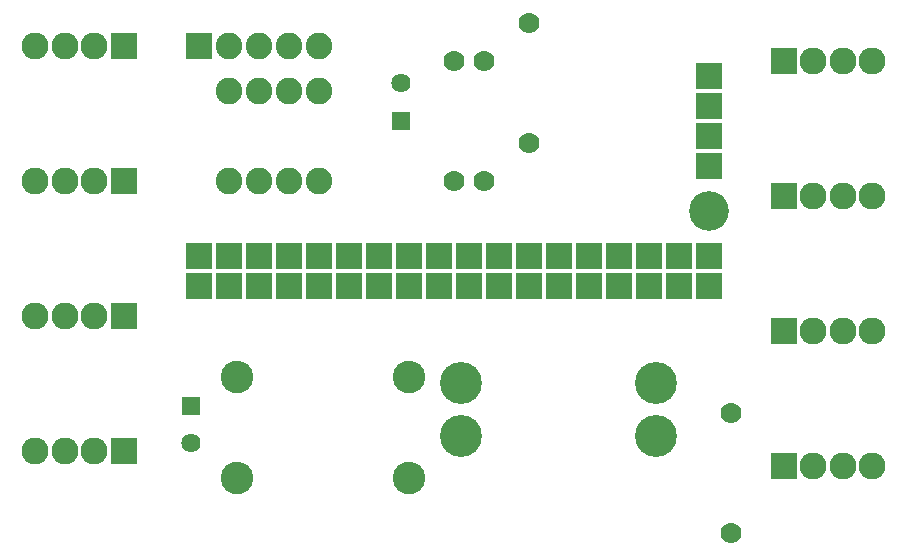
<source format=gbr>
G04 EasyPC Gerber Version 20.0.2 Build 4112 *
G04 #@! TF.Part,Single*
G04 #@! TF.FileFunction,Soldermask,Top *
%FSLAX35Y35*%
%MOIN*%
G04 #@! TA.AperFunction,SMDPad*
%ADD120R,0.08874X0.08874*%
G04 #@! TA.AperFunction,ComponentPad*
%ADD118R,0.06400X0.06400*%
%ADD124R,0.08874X0.08874*%
%ADD121R,0.09000X0.09000*%
%ADD119C,0.06400*%
G04 #@! TD.AperFunction*
%ADD27C,0.07000*%
G04 #@! TA.AperFunction,ComponentPad*
%ADD123C,0.08874*%
%ADD122C,0.09000*%
%ADD117C,0.10843*%
G04 #@! TA.AperFunction,WasherPad*
%ADD116C,0.13205*%
G04 #@! TA.AperFunction,ComponentPad*
%ADD126C,0.13992*%
G04 #@! TA.AperFunction,SMDPad*
%ADD125R,0.08874X0.08874*%
X0Y0D02*
D02*
D27*
X150256Y127750D03*
Y167750D03*
X160256Y127750D03*
Y167750D03*
X175256Y140250D03*
Y180250D03*
X242756Y10250D03*
Y50250D03*
D02*
D116*
X235256Y117750D03*
D02*
D117*
X78169Y28695D03*
Y62159D03*
X135256Y28695D03*
Y62159D03*
D02*
D118*
X62756Y52750D03*
X132756Y147750D03*
D02*
D119*
X62756Y40250D03*
X132756Y160250D03*
D02*
D120*
X65256Y92750D03*
Y102750D03*
X75256Y92750D03*
Y102750D03*
X85256Y92750D03*
Y102750D03*
X95256Y92750D03*
Y102750D03*
X105256Y92750D03*
Y102750D03*
X115256Y92750D03*
X125256D03*
X135256D03*
X145256D03*
X155256D03*
Y102750D03*
X165256Y92750D03*
Y102750D03*
X175256D03*
X195256D03*
X205256Y92750D03*
Y102750D03*
X215256Y92750D03*
Y102750D03*
X225256Y92750D03*
Y102750D03*
X235256Y92750D03*
Y102750D03*
Y132750D03*
Y142750D03*
Y152750D03*
Y162750D03*
D02*
D121*
X40256Y37750D03*
Y82750D03*
Y127750D03*
Y172750D03*
X260256Y32750D03*
Y77750D03*
Y122750D03*
Y167750D03*
D02*
D122*
X10728Y37750D03*
Y82750D03*
Y127750D03*
Y172750D03*
X20571Y37750D03*
Y82750D03*
Y127750D03*
Y172750D03*
X30413Y37750D03*
Y82750D03*
Y127750D03*
Y172750D03*
X270098Y32750D03*
Y77750D03*
Y122750D03*
Y167750D03*
X279941Y32750D03*
Y77750D03*
Y122750D03*
Y167750D03*
X289783Y32750D03*
Y77750D03*
Y122750D03*
Y167750D03*
D02*
D123*
X75222Y127750D03*
Y157750D03*
X75256Y172750D03*
X85222Y127750D03*
Y157750D03*
X85256Y172750D03*
X95222Y127750D03*
Y157750D03*
X95256Y172750D03*
X105222Y127750D03*
Y157750D03*
X105256Y172750D03*
D02*
D124*
X65256D03*
D02*
D125*
X115256Y102750D03*
X125256D03*
X135256D03*
X145256D03*
X175256Y92750D03*
X185256D03*
Y102750D03*
X195256Y92750D03*
D02*
D126*
X152717Y60250D03*
X152756Y42750D03*
X217756Y60250D03*
X217795Y42750D03*
X0Y0D02*
M02*

</source>
